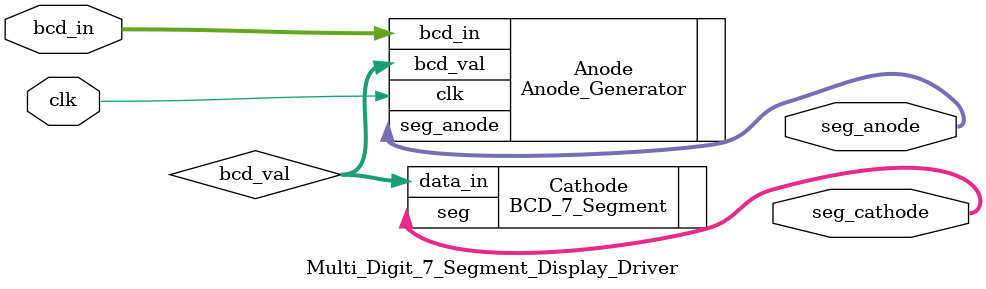
<source format=v>
`timescale 1ns / 1ps

module Multi_Digit_7_Segment_Display_Driver(clk, bcd_in, seg_anode, seg_cathode);
input clk;
input [15:0] bcd_in;

output [3:0] seg_anode;
output [6:0] seg_cathode;

wire [3:0] bcd_val;

Anode_Generator Anode(.clk(clk), .bcd_in(bcd_in), .seg_anode(seg_anode), .bcd_val(bcd_val));
BCD_7_Segment Cathode(.data_in(bcd_val), .seg(seg_cathode));


endmodule

</source>
